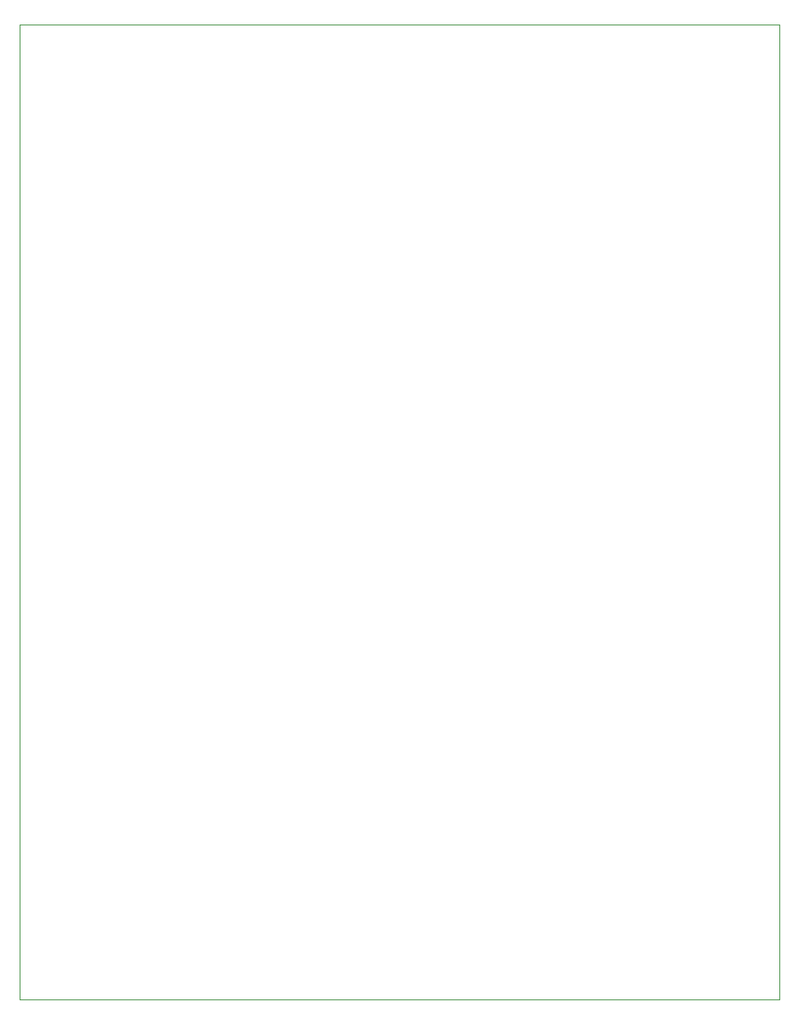
<source format=gbr>
%TF.GenerationSoftware,KiCad,Pcbnew,(7.0.0)*%
%TF.CreationDate,2023-06-01T01:21:08-06:00*%
%TF.ProjectId,FinalProject,46696e61-6c50-4726-9f6a-6563742e6b69,rev?*%
%TF.SameCoordinates,Original*%
%TF.FileFunction,Profile,NP*%
%FSLAX46Y46*%
G04 Gerber Fmt 4.6, Leading zero omitted, Abs format (unit mm)*
G04 Created by KiCad (PCBNEW (7.0.0)) date 2023-06-01 01:21:08*
%MOMM*%
%LPD*%
G01*
G04 APERTURE LIST*
%TA.AperFunction,Profile*%
%ADD10C,0.100000*%
%TD*%
G04 APERTURE END LIST*
D10*
X107700000Y-20300000D02*
X186400000Y-20300000D01*
X186400000Y-20300000D02*
X186400000Y-121100000D01*
X186400000Y-121100000D02*
X107700000Y-121100000D01*
X107700000Y-121100000D02*
X107700000Y-20300000D01*
M02*

</source>
